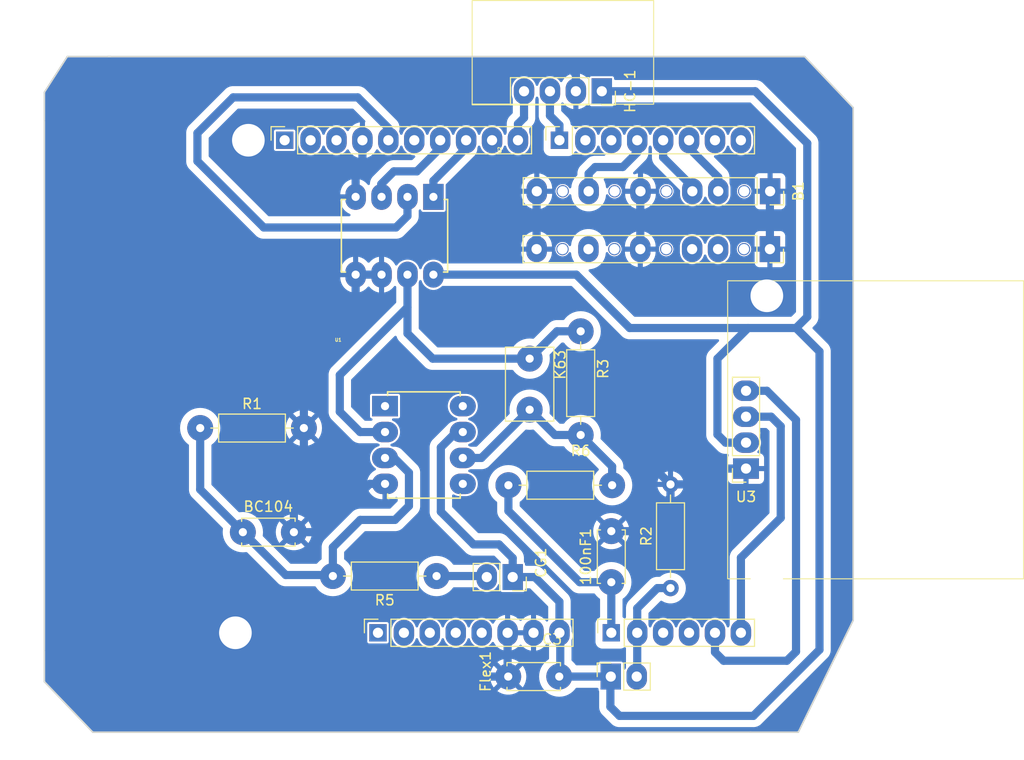
<source format=kicad_pcb>
(kicad_pcb (version 20240108) (generator "pcbnew") (generator_version "8.0")
  (title_block (date "2024-02-28") (comment 2 "${EMAIL}"))
  (layers (0 "F.Cu" signal) (31 "B.Cu" signal) (34 "B.Paste" user) (35 "F.Paste" user) (36 "B.SilkS" user "B.Silkscreen") (37 "F.SilkS" user "F.Silkscreen") (38 "B.Mask" user) (39 "F.Mask" user) (44 "Edge.Cuts" user))
  (property "EMAIL" "hjdskvfhoqdf@insa-toulouse.fr")
  (net 0 "")
  (net 1 "GND")
  (net 3 "+5V")
  (net 4 "/IOREF")
  (net 5 "/A0")
  (net 6 "/A1")
  (net 7 "/A2")
  (net 8 "/A3")
  (net 9 "/SDA{slash}A4")
  (net 10 "/SCL{slash}A5")
  (net 11 "Net-(U1-+IN)")
  (net 12 "/AREF")
  (net 13 "/D8")
  (net 14 "/*6")
  (net 15 "/*5")
  (net 16 "/TX{slash}1")
  (net 17 "/*3")
  (net 18 "/RX{slash}0")
  (net 19 "+3V3")
  (net 20 "VCC")
  (net 21 "/~{RESET}")
  (net 22 "/SCL")
  (net 23 "/SDA")
  (net 24 "Net-(CG1-Pad2)")
  (net 25 "/D11")
  (net 26 "/D12")
  (net 27 "/D13")
  (net 28 "/D10")
  (net 29 "/D9")
  (net 30 "/D7")
  (net 31 "Net-(U1--IN)")
  (net 32 "Net-(U1-OUT)")
  (net 36 "/D2")
  (net 37 "/D4")
  (footprint "Connector_PinSocket_2.54mm:PinSocket_1x08_P2.54mm_Vertical" (layer "F.Cu") (at 127.94 97.46 90)
    (property "Reference" "J1" (hide yes))
    (property "Value" "Power")
    (fp_line (start 1.33 -1.33) (end 1.33 0) (stroke (width 0.12)) (layer "F.SilkS"))
    (fp_line (start 0 -1.33) (end 1.33 -1.33) (stroke (width 0.12)) (layer "F.SilkS"))
    (fp_line (start 1.33 1.27) (end 1.33 19.11) (stroke (width 0.12)) (layer "F.SilkS"))
    (fp_line (start -1.33 1.27) (end 1.33 1.27) (stroke (width 0.12)) (layer "F.SilkS"))
    (fp_line (start -1.33 1.27) (end -1.33 19.11) (stroke (width 0.12)) (layer "F.SilkS"))
    (fp_line (start -1.33 19.11) (end 1.33 19.11) (stroke (width 0.12)) (layer "F.SilkS"))
    (pad "1" thru_hole rect (at 0 0 90) (size 1.7 1.7) (drill 1) (layers "*.Cu" "*.Mask") (clearance 0.2))
    (pad "2" thru_hole oval (at 0 2.54 90) (size 2.54 2) (drill 1) (layers "*.Cu" "*.Mask") (net 4 "/IOREF") (clearance 0.2))
    (pad "3" thru_hole oval (at 0 5.08 90) (size 2.54 2) (drill 1) (layers "*.Cu" "*.Mask") (net 21 "/~{RESET}") (clearance 0.2))
    (pad "4" thru_hole oval (at 0 7.62 90) (size 2.54 2) (drill 1) (layers "*.Cu" "*.Mask") (net 19 "+3V3") (clearance 0.2))
    (pad "5" thru_hole oval (at 0 10.16 90) (size 2.54 2) (drill 1) (layers "*.Cu" "*.Mask") (net 3 "+5V") (clearance 0.2))
    (pad "6" thru_hole oval (at 0 12.7 90) (size 2.54 2) (drill 1) (layers "*.Cu" "*.Mask") (net 1 "GND") (clearance 0.2))
    (pad "7" thru_hole oval (at 0 15.24 90) (size 2.54 2) (drill 1) (layers "*.Cu" "*.Mask") (net 1 "GND") (clearance 0.2))
    (pad "8" thru_hole oval (at 0 17.78 90) (size 2.54 2) (drill 1) (layers "*.Cu" "*.Mask") (net 20 "VCC") (clearance 0.2))
  )
  (footprint "Connector_PinSocket_2.54mm:PinSocket_1x06_P2.54mm_Vertical" (layer "F.Cu") (at 150.8 97.46 90)
    (property "Reference" "J3" (hide yes))
    (property "Value" "Analog")
    (fp_line (start 1.33 -1.33) (end 1.33 0) (stroke (width 0.12)) (layer "F.SilkS"))
    (fp_line (start 0 -1.33) (end 1.33 -1.33) (stroke (width 0.12)) (layer "F.SilkS"))
    (fp_line (start 1.33 1.27) (end 1.33 14.03) (stroke (width 0.12)) (layer "F.SilkS"))
    (fp_line (start -1.33 1.27) (end 1.33 1.27) (stroke (width 0.12)) (layer "F.SilkS"))
    (fp_line (start -1.33 1.27) (end -1.33 14.03) (stroke (width 0.12)) (layer "F.SilkS"))
    (fp_line (start -1.33 14.03) (end 1.33 14.03) (stroke (width 0.12)) (layer "F.SilkS"))
    (pad "1" thru_hole rect (at 0 0 90) (size 1.7 1.7) (drill 1) (layers "*.Cu" "*.Mask") (net 5 "/A0"))
    (pad "2" thru_hole oval (at 0 2.54 90) (size 2.54 2) (drill 1) (layers "*.Cu" "*.Mask") (net 6 "/A1") (clearance 0.2))
    (pad "3" thru_hole oval (at 0 5.08 90) (size 2.54 2) (drill 1) (layers "*.Cu" "*.Mask") (net 7 "/A2") (clearance 0.2))
    (pad "4" thru_hole oval (at 0 7.62 90) (size 2.54 2) (drill 1) (layers "*.Cu" "*.Mask") (net 8 "/A3") (clearance 0.2))
    (pad "5" thru_hole oval (at 0 10.16 90) (size 2.54 2) (drill 1) (layers "*.Cu" "*.Mask") (net 23 "/SDA") (clearance 0.2))
    (pad "6" thru_hole oval (at 0 12.7 90) (size 2.54 2) (drill 1) (layers "*.Cu" "*.Mask") (net 22 "/SCL") (clearance 0.2))
  )
  (footprint "Connector_PinSocket_2.54mm:PinSocket_1x10_P2.54mm_Vertical" (layer "F.Cu") (at 118.796 49.2 90)
    (property "Reference" "J2" (hide yes))
    (property "Value" "Digital/PWM")
    (fp_line (start 1.33 -1.33) (end 1.33 0) (stroke (width 0.12)) (layer "F.SilkS"))
    (fp_line (start 0 -1.33) (end 1.33 -1.33) (stroke (width 0.12)) (layer "F.SilkS"))
    (fp_line (start 1.33 1.27) (end 1.33 24.19) (stroke (width 0.12)) (layer "F.SilkS"))
    (fp_line (start -1.33 1.27) (end 1.33 1.27) (stroke (width 0.12)) (layer "F.SilkS"))
    (fp_line (start -1.33 1.27) (end -1.33 24.19) (stroke (width 0.12)) (layer "F.SilkS"))
    (fp_line (start -1.33 24.19) (end 1.33 24.19) (stroke (width 0.12)) (layer "F.SilkS"))
    (pad "1" thru_hole rect (at 0 0 90) (size 1.7 1.7) (drill 1) (layers "*.Cu" "*.Mask") (net 10 "/SCL{slash}A5") (clearance 0.2))
    (pad "2" thru_hole oval (at 0 2.54 90) (size 2.54 2) (drill 1) (layers "*.Cu" "*.Mask") (net 9 "/SDA{slash}A4") (clearance 0.2))
    (pad "3" thru_hole oval (at 0 5.08 90) (size 2.54 2) (drill 1) (layers "*.Cu" "*.Mask") (net 12 "/AREF") (clearance 0.2))
    (pad "4" thru_hole oval (at 0 7.62 90) (size 2.54 2) (drill 1) (layers "*.Cu" "*.Mask") (net 1 "GND") (clearance 0.2))
    (pad "5" thru_hole oval (at 0 10.16 90) (size 2.54 2) (drill 1) (layers "*.Cu" "*.Mask") (net 27 "/D13") (clearance 0.2))
    (pad "6" thru_hole oval (at 0 12.7 90) (size 2.54 2) (drill 1) (layers "*.Cu" "*.Mask") (net 26 "/D12") (clearance 0.2))
    (pad "7" thru_hole oval (at 0 15.24 90) (size 2.54 2) (drill 1) (layers "*.Cu" "*.Mask") (net 25 "/D11") (clearance 0.2))
    (pad "8" thru_hole oval (at 0 17.78 90) (size 2.54 2) (drill 1) (layers "*.Cu" "*.Mask") (net 28 "/D10") (clearance 0.2))
    (pad "9" thru_hole oval (at 0 20.32 90) (size 2.54 2) (drill 1) (layers "*.Cu" "*.Mask") (net 29 "/D9") (clearance 0.2))
    (pad "10" thru_hole oval (at 0 22.86 90) (size 2.54 2) (drill 1) (layers "*.Cu" "*.Mask") (net 13 "/D8") (clearance 0.2))
  )
  (footprint "Connector_PinSocket_2.54mm:PinSocket_1x08_P2.54mm_Vertical" (layer "F.Cu") (at 145.72 49.2 90)
    (property "Reference" "J4" (hide yes))
    (property "Value" "Digital/PWM")
    (fp_line (start 1.33 -1.33) (end 1.33 0) (stroke (width 0.12)) (layer "F.SilkS"))
    (fp_line (start 0 -1.33) (end 1.33 -1.33) (stroke (width 0.12)) (layer "F.SilkS"))
    (fp_line (start 1.33 1.27) (end 1.33 19.11) (stroke (width 0.12)) (layer "F.SilkS"))
    (fp_line (start -1.33 1.27) (end 1.33 1.27) (stroke (width 0.12)) (layer "F.SilkS"))
    (fp_line (start -1.33 1.27) (end -1.33 19.11) (stroke (width 0.12)) (layer "F.SilkS"))
    (fp_line (start -1.33 19.11) (end 1.33 19.11) (stroke (width 0.12)) (layer "F.SilkS"))
    (pad "1" thru_hole rect (at 0 0 90) (size 1.7 1.7) (drill 1) (layers "*.Cu" "*.Mask") (net 30 "/D7"))
    (pad "2" thru_hole oval (at 0 2.54 90) (size 2.54 2) (drill 1) (layers "*.Cu" "*.Mask") (net 14 "/*6") (clearance 0.2))
    (pad "3" thru_hole oval (at 0 5.08 90) (size 2.54 2) (drill 1) (layers "*.Cu" "*.Mask") (net 15 "/*5") (clearance 0.2))
    (pad "4" thru_hole oval (at 0 7.62 90) (size 2.54 2) (drill 1) (layers "*.Cu" "*.Mask") (net 37 "/D4") (clearance 0.2))
    (pad "5" thru_hole oval (at 0 10.16 90) (size 2.54 2) (drill 1) (layers "*.Cu" "*.Mask") (net 17 "/*3") (clearance 0.2))
    (pad "6" thru_hole oval (at 0 12.7 90) (size 2.54 2) (drill 1) (layers "*.Cu" "*.Mask") (net 36 "/D2") (clearance 0.2))
    (pad "7" thru_hole oval (at 0 15.24 90) (size 2.54 2) (drill 1) (layers "*.Cu" "*.Mask") (net 16 "/TX{slash}1") (clearance 0.2))
    (pad "8" thru_hole oval (at 0 17.78 90) (size 2.54 2) (drill 1) (layers "*.Cu" "*.Mask") (net 18 "/RX{slash}0") (clearance 0.2))
  )
  (footprint "Resistor_THT:R_Axial_DIN0207_L6.3mm_D2.5mm_P10.16mm_Horizontal" (layer "F.Cu") (at 140.72 83)
    (property "Reference" "R6" (at 7.08 -3.37 0) (layer "F.SilkS"))
    (property "Value" "1k")
    (fp_line (start 1.04 0) (end 1.81 0) (stroke (width 0.12)) (layer "F.SilkS"))
    (fp_line (start 1.81 -1.37) (end 1.81 1.37) (stroke (width 0.12)) (layer "F.SilkS"))
    (fp_line (start 1.81 1.37) (end 8.35 1.37) (stroke (width 0.12)) (layer "F.SilkS"))
    (fp_line (start 8.35 -1.37) (end 1.81 -1.37) (stroke (width 0.12)) (layer "F.SilkS"))
    (fp_line (start 8.35 1.37) (end 8.35 -1.37) (stroke (width 0.12)) (layer "F.SilkS"))
    (fp_line (start 9.12 0) (end 8.35 0) (stroke (width 0.12)) (layer "F.SilkS"))
    (pad "1" thru_hole circle (at 0 0) (size 2.54 2.54) (drill 0.8) (layers "*.Cu" "*.Mask") (net 5 "/A0"))
    (pad "2" thru_hole circle (at 10.16 0) (size 2.54 2.54) (drill 0.8) (layers "*.Cu" "*.Mask") (net 32 "Net-(U1-OUT)"))
  )
  (footprint "Connector_PinSocket_2.54mm:PinSocket_1x04_P2.54mm_Vertical" (layer "F.Cu") (at 164 81.37 180)
    (property "Reference" "U3" (at 0 -2.77 180) (layer "F.SilkS"))
    (property "Value" "~")
    (fp_line (start 1.33 1.27) (end 1.33 8.95) (stroke (width 0.12)) (layer "F.SilkS"))
    (fp_line (start 1.33 -1.33) (end 1.33 0) (stroke (width 0.12)) (layer "F.SilkS"))
    (fp_line (start 0 -1.33) (end 1.33 -1.33) (stroke (width 0.12)) (layer "F.SilkS"))
    (fp_line (start -1.33 8.95) (end 1.33 8.95) (stroke (width 0.12)) (layer "F.SilkS"))
    (fp_line (start -1.33 1.27) (end 1.33 1.27) (stroke (width 0.12)) (layer "F.SilkS"))
    (fp_line (start -1.33 1.27) (end -1.33 8.95) (stroke (width 0.12)) (layer "F.SilkS"))
    (fp_rect (start -27.2 -10.8) (end 1.8 18.4) (stroke (width 0.1)) (fill none) (layer "F.SilkS"))
    (pad "1" thru_hole rect (at 0 0 180) (size 2.54 2) (drill 1) (layers "*.Cu" "*.Mask") (net 1 "GND") (clearance 0.2))
    (pad "2" thru_hole oval (at 0 2.54 270) (size 2 2.54) (drill 1) (layers "*.Cu" "*.Mask") (net 20 "VCC") (clearance 0.2))
    (pad "3" thru_hole oval (at 0 5.08 270) (size 2 2.54) (drill 1) (layers "*.Cu" "*.Mask") (net 22 "/SCL") (clearance 0.2))
    (pad "4" thru_hole oval (at 0 7.62 270) (size 2 2.54) (drill 1) (layers "*.Cu" "*.Mask") (net 23 "/SDA") (clearance 0.2))
  )
  (footprint "New_bouton:Boutons_x3" (layer "F.Cu") (at 166.36 54.47 -90)
    (property "Reference" "B1" (at -0.27 -2.77 90) (layer "F.SilkS"))
    (property "Value" "~")
    (fp_line (start 4.07 24.21) (end 6.73 24.21) (stroke (width 0.12)) (layer "F.SilkS"))
    (fp_line (start -1.6 24.19) (end 1.06 24.19) (stroke (width 0.12)) (layer "F.SilkS"))
    (fp_line (start 4.07 1.29) (end 4.07 24.21) (stroke (width 0.12)) (layer "F.SilkS"))
    (fp_line (start 4.07 1.29) (end 6.73 1.29) (stroke (width 0.12)) (layer "F.SilkS"))
    (fp_line (start 6.73 1.29) (end 6.73 24.21) (stroke (width 0.12)) (layer "F.SilkS"))
    (fp_line (start -1.6 1.27) (end -1.6 24.19) (stroke (width 0.12)) (layer "F.SilkS"))
    (fp_line (start -1.6 1.27) (end 1.06 1.27) (stroke (width 0.12)) (layer "F.SilkS"))
    (fp_line (start 1.06 1.27) (end 1.06 24.19) (stroke (width 0.12)) (layer "F.SilkS"))
    (fp_line (start 5.4 -1.31) (end 6.73 -1.31) (stroke (width 0.12)) (layer "F.SilkS"))
    (fp_line (start 6.73 -1.31) (end 6.73 0.02) (stroke (width 0.12)) (layer "F.SilkS"))
    (fp_line (start -0.27 -1.33) (end 1.06 -1.33) (stroke (width 0.12)) (layer "F.SilkS"))
    (fp_line (start 1.06 -1.33) (end 1.06 0) (stroke (width 0.12)) (layer "F.SilkS"))
    (pad "1" thru_hole rect (at -0.27 0 270) (size 2.54 2) (drill 1) (layers "*.Cu" "*.Mask") (net 1 "GND"))
    (pad "1" thru_hole rect (at 5.4 0.02 270) (size 2.54 2) (drill 1) (layers "*.Cu" "*.Mask") (net 1 "GND"))
    (pad "2" thru_hole oval (at -0.27 2.54 270) (size 1.2 1.2) (drill 1) (layers "*.Cu" "*.Mask") (clearance 0.1))
    (pad "2" thru_hole oval (at 5.4 2.56 270) (size 1.2 1.2) (drill 1) (layers "*.Cu" "*.Mask") (clearance 0.1))
    (pad "3" thru_hole oval (at -0.27 5.08) (size 2 2.54) (drill 1) (layers "*.Cu" "*.Mask") (net 36 "/D2") (clearance 0.2))
    (pad "3" thru_hole oval (at 5.4 5.1) (size 2 2.54) (drill 1) (layers "*.Cu" "*.Mask") (net 36 "/D2") (clearance 0.2))
    (pad "4" thru_hole oval (at -0.27 7.62) (size 2 2.54) (drill 1) (layers "*.Cu" "*.Mask") (net 17 "/*3") (clearance 0.2))
    (pad "4" thru_hole oval (at 5.4 7.64) (size 2 2.54) (drill 1) (layers "*.Cu" "*.Mask") (net 17 "/*3") (clearance 0.2))
    (pad "5" thru_hole oval (at -0.27 10.16 270) (size 1.2 1.2) (drill 1) (layers "*.Cu" "*.Mask") (clearance 0.1))
    (pad "5" thru_hole oval (at 5.4 10.18 270) (size 1.2 1.2) (drill 1) (layers "*.Cu" "*.Mask") (clearance 0.1))
    (pad "6" thru_hole oval (at -0.27 12.7) (size 2 2.54) (drill 1) (layers "*.Cu" "*.Mask") (net 1 "GND"))
    (pad "6" thru_hole oval (at 5.4 12.72) (size 2 2.54) (drill 1) (layers "*.Cu" "*.Mask") (net 1 "GND"))
    (pad "7" thru_hole oval (at -0.27 15.24 270) (size 1.2 1.2) (drill 1) (layers "*.Cu" "*.Mask") (clearance 0.1))
    (pad "7" thru_hole oval (at 5.4 15.26 270) (size 1.2 1.2) (drill 1) (layers "*.Cu" "*.Mask") (clearance 0.1))
    (pad "8" thru_hole oval (at -0.27 17.78) (size 2 2.54) (drill 1) (layers "*.Cu" "*.Mask") (net 37 "/D4"))
    (pad "8" thru_hole oval (at 5.4 17.8) (size 2 2.54) (drill 1) (layers "*.Cu" "*.Mask") (net 37 "/D4"))
    (pad "9" thru_hole oval (at -0.27 20.32 270) (size 1.2 1.2) (drill 1) (layers "*.Cu" "*.Mask") (clearance 0.1))
    (pad "9" thru_hole oval (at 5.4 20.34 270) (size 1.2 1.2) (drill 1) (layers "*.Cu" "*.Mask") (clearance 0.1))
    (pad "10" thru_hole oval (at -0.27 22.86) (size 2 2.54) (drill 1) (layers "*.Cu" "*.Mask") (net 1 "GND"))
    (pad "10" thru_hole oval (at 5.4 22.88) (size 2 2.54) (drill 1) (layers "*.Cu" "*.Mask") (net 1 "GND"))
  )
  (footprint "Capacitor_THT:C_Disc_D5.0mm_W2.5mm_P5.00mm" (layer "F.Cu") (at 150.8 92.5 90)
    (property "Reference" "100nF1" (at 2.5 -2.5 -90) (layer "F.SilkS"))
    (property "Value" "BC104")
    (fp_line (start 5.12 -1.37) (end 5.12 -1.055) (stroke (width 0.12)) (layer "F.SilkS"))
    (fp_line (start -0.12 -1.37) (end 5.12 -1.37) (stroke (width 0.12)) (layer "F.SilkS"))
    (fp_line (start -0.12 -1.37) (end -0.12 -1.055) (stroke (width 0.12)) (layer "F.SilkS"))
    (fp_line (start 5.12 1.055) (end 5.12 1.37) (stroke (width 0.12)) (layer "F.SilkS"))
    (fp_line (start -0.12 1.055) (end -0.12 1.37) (stroke (width 0.12)) (layer "F.SilkS"))
    (fp_line (start -0.12 1.37) (end 5.12 1.37) (stroke (width 0.12)) (layer "F.SilkS"))
    (pad "1" thru_hole circle (at 0 0 90) (size 2.54 2.54) (drill 0.8) (layers "*.Cu" "*.Mask") (net 5 "/A0"))
    (pad "2" thru_hole circle (at 5 0 90) (size 2.54 2.54) (drill 0.8) (layers "*.Cu" "*.Mask") (net 1 "GND"))
  )
  (footprint "Connector_PinSocket_2.54mm:PinSocket_1x04_P2.54mm_Vertical" (layer "F.Cu") (at 149.87 44.4 -90)
    (property "Reference" "HC-1" (at 0 -2.77 90) (layer "F.SilkS"))
    (property "Value" "~")
    (fp_line (start -1.33 8.95) (end 1.33 8.95) (stroke (width 0.12)) (layer "F.SilkS"))
    (fp_line (start -1.33 1.27) (end -1.33 8.95) (stroke (width 0.12)) (layer "F.SilkS"))
    (fp_line (start -1.33 1.27) (end 1.33 1.27) (stroke (width 0.12)) (layer "F.SilkS"))
    (fp_line (start 1.33 1.27) (end 1.33 8.95) (stroke (width 0.12)) (layer "F.SilkS"))
    (fp_line (start 0 -1.33) (end 1.33 -1.33) (stroke (width 0.12)) (layer "F.SilkS"))
    (fp_line (start 1.33 -1.33) (end 1.33 0) (stroke (width 0.12)) (layer "F.SilkS"))
    (fp_rect (start 1.27 8.95) (end 1.33 12.7) (stroke (width 0.1)) (fill none) (layer "F.SilkS"))
    (fp_rect (start -8.89 -5.08) (end 1.27 12.7) (stroke (width 0.1)) (fill none) (layer "F.SilkS"))
    (pad "1" thru_hole rect (at 0 0 270) (size 2.54 2) (drill 1) (layers "*.Cu" "*.Mask") (net 20 "VCC") (clearance 0.2))
    (pad "2" thru_hole oval (at 0 2.54) (size 2 2.54) (drill 1) (layers "*.Cu" "*.Mask") (net 1 "GND") (clearance 0.2))
    (pad "3" thru_hole oval (at 0 5.08) (size 2 2.54) (drill 1) (layers "*.Cu" "*.Mask") (net 30 "/D7") (clearance 0.2))
    (pad "4" thru_hole oval (at 0 7.62) (size 2 2.54) (drill 1) (layers "*.Cu" "*.Mask") (net 13 "/D8") (clearance 0.2))
  )
  (footprint "Connector_PinSocket_2.54mm:PinSocket_1x02_P2.54mm_Vertical" (layer "F.Cu") (at 141.14 92 -90)
    (property "Reference" "CG1" (at -1.4 -2.77 90) (layer "F.SilkS"))
    (property "Value" "~")
    (fp_line (start -1.33 3.87) (end 1.33 3.87) (stroke (width 0.12)) (layer "F.SilkS"))
    (fp_line (start -1.33 1.27) (end -1.33 3.87) (stroke (width 0.12)) (layer "F.SilkS"))
    (fp_line (start -1.33 1.27) (end 1.33 1.27) (stroke (width 0.12)) (layer "F.SilkS"))
    (fp_line (start 1.33 1.27) (end 1.33 3.87) (stroke (width 0.12)) (layer "F.SilkS"))
    (fp_line (start 0 -1.33) (end 1.33 -1.33) (stroke (width 0.12)) (layer "F.SilkS"))
    (fp_line (start 1.33 -1.33) (end 1.33 0) (stroke (width 0.12)) (layer "F.SilkS"))
    (pad "1" thru_hole rect (at 0 0 270) (size 2.54 2) (drill 1) (layers "*.Cu" "*.Mask") (net 20 "VCC") (clearance 0.2))
    (pad "2" thru_hole oval (at 0 2.54) (size 2 2.54) (drill 1) (layers "*.Cu" "*.Mask") (net 24 "Net-(CG1-Pad2)") (clearance 0.2))
  )
  (footprint "Connector_PinSocket_2.54mm:PinSocket_1x02_P2.54mm_Vertical" (layer "F.Cu") (at 150.75 101.75 90)
    (property "Reference" "Flex1" (at 0.5 -12.27 -90) (layer "F.SilkS"))
    (property "Value" "~")
    (fp_line (start 1.33 -1.33) (end 1.33 0) (stroke (width 0.12)) (layer "F.SilkS"))
    (fp_line (start 0 -1.33) (end 1.33 -1.33) (stroke (width 0.12)) (layer "F.SilkS"))
    (fp_line (start 1.33 1.27) (end 1.33 3.87) (stroke (width 0.12)) (layer "F.SilkS"))
    (fp_line (start -1.33 1.27) (end 1.33 1.27) (stroke (width 0.12)) (layer "F.SilkS"))
    (fp_line (start -1.33 1.27) (end -1.33 3.87) (stroke (width 0.12)) (layer "F.SilkS"))
    (fp_line (start -1.33 3.87) (end 1.33 3.87) (stroke (width 0.12)) (layer "F.SilkS"))
    (pad "1" thru_hole rect (at 0 0 90) (size 2.54 2) (drill 1) (layers "*.Cu" "*.Mask") (net 20 "VCC") (clearance 0.2))
    (pad "2" thru_hole oval (at 0 2.54 180) (size 2 2.54) (drill 1) (layers "*.Cu" "*.Mask") (net 6 "/A1") (clearance 0.2))
  )
  (footprint "LTC1050ACN8_PBF:PDIP-8_N" (layer "F.Cu") (at 136.25 82.87)
    (property "Reference" "U1" (at -12.208 -14.108 0) (layer "F.SilkS") (effects (font (size 0.314961 0.314961))))
    (property "Value" "LTC1050ACN8_PBF")
    (fp_line (start -7.366 -9.017) (end -7.366 -8.6614) (stroke (width 0.1524)) (layer "F.SilkS"))
    (fp_line (start -7.366 0.9906) (end -7.366 1.397) (stroke (width 0.1524)) (layer "F.SilkS"))
    (fp_line (start -7.366 1.397) (end -0.254 1.397) (stroke (width 0.1524)) (layer "F.SilkS"))
    (fp_line (start -0.254 -9.017) (end -7.366 -9.017) (stroke (width 0.1524)) (layer "F.SilkS"))
    (fp_line (start -0.254 -8.6106) (end -0.254 -9.017) (stroke (width 0.1524)) (layer "F.SilkS"))
    (fp_line (start -0.254 1.397) (end -0.254 0.9906) (stroke (width 0.1524)) (layer "F.SilkS"))
    (pad "1" thru_hole rect (at -7.62 -7.62) (size 2.54 2) (drill 0.8) (layers "*.Cu" "*.Mask") (clearance 0.2))
    (pad "2" thru_hole oval (at -7.62 -5.08 90) (size 2 2.54) (drill 0.8) (layers "*.Cu" "*.Mask") (net 31 "Net-(U1--IN)") (clearance 0.2))
    (pad "3" thru_hole oval (at -7.62 -2.54 90) (size 2 2.54) (drill 0.8) (layers "*.Cu" "*.Mask") (net 11 "Net-(U1-+IN)") (clearance 0.2))
    (pad "4" thru_hole oval (at -7.62 0 90) (size 2 2.54) (drill 0.8) (layers "*.Cu" "*.Mask") (net 1 "GND") (clearance 0.2))
    (pad "5" thru_hole oval (at 0 0 90) (size 2 2.54) (drill 0.8) (layers "*.Cu" "*.Mask") (clearance 0.2))
    (pad "6" thru_hole oval (at 0 -2.54 90) (size 2 2.54) (drill 0.8) (layers "*.Cu" "*.Mask") (net 32 "Net-(U1-OUT)") (clearance 0.2))
    (pad "7" thru_hole oval (at 0 -5.08 90) (size 2 2.54) (drill 0.8) (layers "*.Cu" "*.Mask") (net 20 "VCC") (clearance 0.2))
    (pad "8" thru_hole oval (at 0 -7.62 90) (size 2 2.54) (drill 0.8) (layers "*.Cu" "*.Mask") (clearance 0.2))
  )
  (footprint "Resistor_THT:R_Axial_DIN0207_L6.3mm_D2.5mm_P10.16mm_Horizontal" (layer "F.Cu") (at 133.68 91.9 180)
    (property "Reference" "R5" (at 5.08 -2.37 180) (layer "F.SilkS"))
    (property "Value" "10k")
    (fp_line (start 9.12 0) (end 8.35 0) (stroke (width 0.12)) (layer "F.SilkS"))
    (fp_line (start 8.35 1.37) (end 8.35 -1.37) (stroke (width 0.12)) (layer "F.SilkS"))
    (fp_line (start 8.35 -1.37) (end 1.81 -1.37) (stroke (width 0.12)) (layer "F.SilkS"))
    (fp_line (start 1.81 1.37) (end 8.35 1.37) (stroke (width 0.12)) (layer "F.SilkS"))
    (fp_line (start 1.81 -1.37) (end 1.81 1.37) (stroke (width 0.12)) (layer "F.SilkS"))
    (fp_line (start 1.04 0) (end 1.81 0) (stroke (width 0.12)) (layer "F.SilkS"))
    (pad "1" thru_hole circle (at 0 0 180) (size 2.54 2.54) (drill 0.8) (layers "*.Cu" "*.Mask") (net 24 "Net-(CG1-Pad2)"))
    (pad "2" thru_hole circle (at 10.16 0 180) (size 2.54 2.54) (drill 0.8) (layers "*.Cu" "*.Mask") (net 11 "Net-(U1-+IN)"))
  )
  (footprint "Arduino_MountingHole:MountingHole_3.2mm" (layer "F.Cu") (at 115.24 49.2)
    (property "Reference" "MH1" (hide yes))
    (property "Value" "MountingHole_3.2mm" (hide yes))
    (pad "" np_thru_hole circle (at 0 0) (size 3.2 3.2) (drill 3.2) (layers "*.Cu" "*.Mask"))
  )
  (footprint "Capacitor_THT:C_Disc_D5.0mm_W2.5mm_P5.00mm" (layer "F.Cu") (at 140.7 101.75)
    (property "Reference" "C3" (at 4.3 -3.65 0) (layer "F.SilkS"))
    (property "Value" "BC104")
    (fp_line (start -0.12 -1.37) (end -0.12 -1.055) (stroke (width 0.12)) (layer "F.SilkS"))
    (fp_line (start -0.12 -1.37) (end 5.12 -1.37) (stroke (width 0.12)) (layer "F.SilkS"))
    (fp_line (start -0.12 1.055) (end -0.12 1.37) (stroke (width 0.12)) (layer "F.SilkS"))
    (fp_line (start -0.12 1.37) (end 5.12 1.37) (stroke (width 0.12)) (layer "F.SilkS"))
    (fp_line (start 5.12 -1.37) (end 5.12 -1.055) (stroke (width 0.12)) (layer "F.SilkS"))
    (fp_line (start 5.12 1.055) (end 5.12 1.37) (stroke (width 0.12)) (layer "F.SilkS"))
    (pad "1" thru_hole circle (at 0 0) (size 2.54 2.54) (drill 0.8) (layers "*.Cu" "*.Mask") (net 1 "GND"))
    (pad "2" thru_hole circle (at 5 0) (size 2.54 2.54) (drill 0.8) (layers "*.Cu" "*.Mask") (net 20 "VCC"))
  )
  (footprint "Capacitor_THT:C_Rect_L7.0mm_W4.5mm_P5.00mm" (layer "F.Cu") (at 142.8 70.6 -90)
    (property "Reference" "K63" (at 0.6 -3 90) (layer "F.SilkS"))
    (property "Value" "1uF")
    (fp_line (start -1.12 2.37) (end 6.12 2.37) (stroke (width 0.12)) (layer "F.SilkS"))
    (fp_line (start -1.12 -2.37) (end -1.12 2.37) (stroke (width 0.12)) (layer "F.SilkS"))
    (fp_line (start -1.12 -2.37) (end 6.12 -2.37) (stroke (width 0.12)) (layer "F.SilkS"))
    (fp_line (start 6.12 -2.37) (end 6.12 2.37) (stroke (width 0.12)) (layer "F.SilkS"))
    (pad "1" thru_hole circle (at 0 0 270) (size 2.54 2.54) (drill 0.8) (layers "*.Cu" "*.Mask") (net 31 "Net-(U1--IN)"))
    (pad "2" thru_hole circle (at 5 0 270) (size 2.54 2.54) (drill 0.8) (layers "*.Cu" "*.Mask") (net 32 "Net-(U1-OUT)"))
  )
  (footprint "Resistor_THT:R_Axial_DIN0207_L6.3mm_D2.5mm_P10.16mm_Horizontal" (layer "F.Cu") (at 147.8 67.92 -90)
    (property "Reference" "R3" (at 3.68 -2.2 90) (layer "F.SilkS"))
    (property "Value" "100k")
    (fp_line (start 1.81 1.37) (end 8.35 1.37) (stroke (width 0.12)) (layer "F.SilkS"))
    (fp_line (start 8.35 1.37) (end 8.35 -1.37) (stroke (width 0.12)) (layer "F.SilkS"))
    (fp_line (start 1.04 0) (end 1.81 0) (stroke (width 0.12)) (layer "F.SilkS"))
    (fp_line (start 9.12 0) (end 8.35 0) (stroke (width 0.12)) (layer "F.SilkS"))
    (fp_line (start 1.81 -1.37) (end 1.81 1.37) (stroke (width 0.12)) (layer "F.SilkS"))
    (fp_line (start 8.35 -1.37) (end 1.81 -1.37) (stroke (width 0.12)) (layer "F.SilkS"))
    (pad "1" thru_hole circle (at 0 0 270) (size 2.54 2.54) (drill 0.8) (layers "*.Cu" "*.Mask") (net 31 "Net-(U1--IN)"))
    (pad "2" thru_hole circle (at 10.16 0 270) (size 2.54 2.54) (drill 0.8) (layers "*.Cu" "*.Mask") (net 32 "Net-(U1-OUT)"))
  )
  (footprint "Capacitor_THT:C_Disc_D5.0mm_W2.5mm_P5.00mm" (layer "F.Cu") (at 114.7 87.6)
    (property "Reference" "BC104" (at 2.5 -2.5 0) (layer "F.SilkS"))
    (property "Value" "100nF")
    (fp_line (start -0.12 -1.37) (end -0.12 -1.055) (stroke (width 0.12)) (layer "F.SilkS"))
    (fp_line (start -0.12 -1.37) (end 5.12 -1.37) (stroke (width 0.12)) (layer "F.SilkS"))
    (fp_line (start -0.12 1.055) (end -0.12 1.37) (stroke (width 0.12)) (layer "F.SilkS"))
    (fp_line (start -0.12 1.37) (end 5.12 1.37) (stroke (width 0.12)) (layer "F.SilkS"))
    (fp_line (start 5.12 -1.37) (end 5.12 -1.055) (stroke (width 0.12)) (layer "F.SilkS"))
    (fp_line (start 5.12 1.055) (end 5.12 1.37) (stroke (width 0.12)) (layer "F.SilkS"))
    (pad "1" thru_hole circle (at 0 0) (size 2.54 2.54) (drill 0.8) (layers "*.Cu" "*.Mask") (net 11 "Net-(U1-+IN)"))
    (pad "2" thru_hole circle (at 5 0) (size 2.54 2.54) (drill 0.8) (layers "*.Cu" "*.Mask") (net 1 "GND"))
  )
  (footprint "Resistor_THT:R_Axial_DIN0207_L6.3mm_D2.5mm_P10.16mm_Horizontal" (layer "F.Cu") (at 156.6 93.08 90)
    (property "Reference" "R2" (at 5.08 -2.37 -90) (layer "F.SilkS"))
    (property "Value" "R")
    (fp_line (start 8.35 -1.37) (end 1.81 -1.37) (stroke (width 0.12)) (layer "F.SilkS"))
    (fp_line (start 1.81 -1.37) (end 1.81 1.37) (stroke (width 0.12)) (layer "F.SilkS"))
    (fp_line (start 9.12 0) (end 8.35 0) (stroke (width 0.12)) (layer "F.SilkS"))
    (fp_line (start 1.04 0) (end 1.81 0) (stroke (width 0.12)) (layer "F.SilkS"))
    (fp_line (start 8.35 1.37) (end 8.35 -1.37) (stroke (width 0.12)) (layer "F.SilkS"))
    (fp_line (start 1.81 1.37) (end 8.35 1.37) (stroke (width 0.12)) (layer "F.SilkS"))
    (pad "1" thru_hole circle (at 0 0 90) (size 1.6 1.6) (drill 0.8) (layers "*.Cu" "*.Mask") (net 6 "/A1"))
    (pad "2" thru_hole oval (at 10.16 0 90) (size 1.6 1.6) (drill 0.8) (layers "*.Cu" "*.Mask") (net 1 "GND"))
  )
  (footprint "LTC1050ACN8_PBF:PDIP-8_N" (layer "F.Cu") (at 125.75 62.37 -90)
    (property "Reference" "U2" (at -12.208 -14.108 90) (layer "F.SilkS") (effects (font (size 0.314961 0.314961))))
    (property "Value" "MCP")
    (fp_line (start -7.366 1.397) (end -0.254 1.397) (stroke (width 0.1524)) (layer "F.SilkS"))
    (fp_line (start -0.254 1.397) (end -0.254 0.9906) (stroke (width 0.1524)) (layer "F.SilkS"))
    (fp_line (start -7.366 0.9906) (end -7.366 1.397) (stroke (width 0.1524)) (layer "F.SilkS"))
    (fp_line (start -0.254 -8.6106) (end -0.254 -9.017) (stroke (width 0.1524)) (layer "F.SilkS"))
    (fp_line (start -7.366 -9.017) (end -7.366 -8.6614) (stroke (width 0.1524)) (layer "F.SilkS"))
    (fp_line (start -0.254 -9.017) (end -7.366 -9.017) (stroke (width 0.1524)) (layer "F.SilkS"))
    (pad "1" thru_hole rect (at -7.62 -7.62 270) (size 2.54 2) (drill 0.8) (layers "*.Cu" "*.Mask") (net 28 "/D10") (clearance 0.2))
    (pad "2" thru_hole oval (at -7.62 -5.08) (size 2 2.54) (drill 0.8) (layers "*.Cu" "*.Mask") (net 27 "/D13") (clearance 0.2))
    (pad "3" thru_hole oval (at -7.62 -2.54) (size 2 2.54) (drill 0.8) (layers "*.Cu" "*.Mask") (net 25 "/D11") (clearance 0.2))
    (pad "4" thru_hole oval (at -7.62 0) (size 2 2.54) (drill 0.8) (layers "*.Cu" "*.Mask") (net 1 "GND") (clearance 0.2))
    (pad "5" thru_hole oval (at 0 0) (size 2 2.54) (drill 0.8) (layers "*.Cu" "*.Mask") (net 1 "GND") (clearance 0.2))
    (pad "6" thru_hole oval (at 0 -2.54) (size 2 2.54) (drill 0.8) (layers "*.Cu" "*.Mask") (net 1 "GND") (clearance 0.2))
    (pad "7" thru_hole oval (at 0 -5.08) (size 2 2.54) (drill 0.8) (layers "*.Cu" "*.Mask") (net 31 "Net-(U1--IN)") (clearance 0.2))
    (pad "8" thru_hole oval (at 0 -7.62) (size 2 2.54) (drill 0.8) (layers "*.Cu" "*.Mask") (net 20 "VCC") (clearance 0.2))
  )
  (footprint "Resistor_THT:R_Axial_DIN0207_L6.3mm_D2.5mm_P10.16mm_Horizontal" (layer "F.Cu") (at 110.52 77.4)
    (property "Reference" "R1" (at 5.08 -2.37 0) (layer "F.SilkS"))
    (property "Value" "100k")
    (fp_line (start 1.04 0) (end 1.81 0) (stroke (width 0.12)) (layer "F.SilkS"))
    (fp_line (start 1.81 -1.37) (end 1.81 1.37) (stroke (width 0.12)) (layer "F.SilkS"))
    (fp_line (start 1.81 1.37) (end 8.35 1.37) (stroke (width 0.12)) (layer "F.SilkS"))
    (fp_line (start 8.35 -1.37) (end 1.81 -1.37) (stroke (width 0.12)) (layer "F.SilkS"))
    (fp_line (start 8.35 1.37) (end 8.35 -1.37) (stroke (width 0.12)) (layer "F.SilkS"))
    (fp_line (start 9.12 0) (end 8.35 0) (stroke (width 0.12)) (layer "F.SilkS"))
    (pad "1" thru_hole circle (at 0 0) (size 2.54 2.54) (drill 0.8) (layers "*.Cu" "*.Mask") (net 11 "Net-(U1-+IN)"))
    (pad "2" thru_hole circle (at 10.16 0) (size 2.54 2.54) (drill 0.8) (layers "*.Cu" "*.Mask") (net 1 "GND"))
  )
  (footprint "Arduino_MountingHole:MountingHole_3.2mm" (layer "F.Cu") (at 113.97 97.46)
    (property "Reference" "MH2" (hide yes))
    (property "Value" "MountingHole_3.2mm" (hide yes))
    (pad "" np_thru_hole circle (at 0 0) (size 3.2 3.2) (drill 3.2) (layers "*.Cu" "*.Mask"))
  )
  (footprint "Arduino_MountingHole:MountingHole_3.2mm" (layer "F.Cu") (at 166.04 64.44)
    (property "Reference" "MH3" (hide yes))
    (property "Value" "MountingHole_3.2mm" (hide yes))
    (pad "" np_thru_hole circle (at 0 0) (size 3.2 3.2) (drill 3.2) (layers "*.Cu" "*.Mask"))
  )
  (footprint "Arduino_MountingHole:MountingHole_3.2mm" (layer "F.Cu") (at 166.04 92.38)
    (property "Reference" "MH4" (hide yes))
    (property "Value" "MountingHole_3.2mm" (hide yes))
    (pad "" np_thru_hole circle (at 0 0) (size 3.2 3.2) (drill 3.2) (layers "*.Cu" "*.Mask"))
  )
  (gr_line (start 95.25 102.25) (end 95.25 99.25) (stroke (width 0.15)) (layer "Edge.Cuts"))
  (gr_line (start 169.125 107.2) (end 174.5 96.25) (stroke (width 0.15)) (layer "Edge.Cuts"))
  (gr_line (start 95.25 99.158) (end 95.25 47.342) (stroke (width 0.15)) (layer "Edge.Cuts"))
  (gr_line (start 97.5 41) (end 101.75 41) (stroke (width 0.15)) (layer "Edge.Cuts"))
  (gr_line (start 95.25 47.25) (end 95.25 44.5) (stroke (width 0.15)) (layer "Edge.Cuts"))
  (gr_line (start 174.5 61.96) (end 174.5 96.25) (stroke (width 0.15)) (layer "Edge.Cuts"))
  (gr_line (start 164.508 107.2) (end 99.992 107.2) (stroke (width 0.15)) (layer "Edge.Cuts"))
  (gr_line (start 174.5 62.5) (end 174.5 46) (stroke (width 0.15)) (layer "Edge.Cuts"))
  (gr_line (start 101.5 41) (end 169.75 41) (stroke (width 0.15)) (layer "Edge.Cuts"))
  (gr_line (start 99.992 107.2) (end 95.25 102.25) (stroke (width 0.15)) (layer "Edge.Cuts"))
  (gr_line (start 95.25 44.5) (end 97.5 41) (stroke (width 0.15)) (layer "Edge.Cuts"))
  (gr_line (start 164.375 107.2) (end 169.125 107.2) (stroke (width 0.15)) (layer "Edge.Cuts"))
  (gr_line (start 97.5 41) (end 97.5 41) (stroke (width 0.15)) (layer "Edge.Cuts"))
  (gr_line (start 174.5 46) (end 169.75 41) (stroke (width 0.15)) (layer "Edge.Cuts"))
  (segment (start 132.5 75.275) (end 134.675 73.1) (width 0.8) (layer "B.Cu") (net 1))
  (segment (start 160.43 81.37) (end 158.88 82.92) (width 0.8) (layer "B.Cu") (net 1))
  (segment (start 150.8 87.5) (end 153.3 87.5) (width 0.8) (layer "B.Cu") (net 1))
  (segment (start 122.4 87.6) (end 119.7 87.6) (width 0.8) (layer "B.Cu") (net 1))
  (segment (start 120.68 69.4) (end 120.68 64.2) (width 0.8) (layer "B.Cu") (net 1))
  (segment (start 128.63 82.87) (end 127.13 82.87) (width 0.8) (layer "B.Cu") (net 1))
  (segment (start 114.2 41.6) (end 108.2 47.6) (width 0.8) (layer "B.Cu") (net 1))
  (segment (start 125.75 54.75) (end 125.75 52.75) (width 0.8) (layer "B.Cu") (net 1))
  (segment (start 140.64 101.69) (end 140.64 97.46) (width 0.8) (layer "B.Cu") (net 1))
  (segment (start 120.68 77.4) (end 120.68 69.4) (width 0.8) (layer "B.Cu") (net 1))
  (segment (start 146.2 41.6) (end 114.2 41.6) (width 0.8) (layer "B.Cu") (net 1))
  (segment (start 124.4 99.2) (end 124.4 95.6) (width 0.8) (layer "B.Cu") (net 1))
  (segment (start 124.4 95.6) (end 132.5 87.5) (width 0.8) (layer "B.Cu") (net 1))
  (segment (start 108.2 51.8) (end 120.6 64.2) (width 0.8) (layer "B.Cu") (net 1))
  (segment (start 127.13 82.87) (end 122.4 87.6) (width 0.8) (layer "B.Cu") (net 1))
  (segment (start 140.7 101.75) (end 140.64 101.69) (width 0.6) (layer "B.Cu") (net 1))
  (segment (start 158.88 82.92) (end 156.6 82.92) (width 0.8) (layer "B.Cu") (net 1))
  (segment (start 146.78 73.1) (end 156.6 82.92) (width 0.8) (layer "B.Cu") (net 1))
  (segment (start 120.68 83.28) (end 120.68 77.4) (width 0.8) (layer "B.Cu") (net 1))
  (segment (start 128.29 62.37) (end 125.75 62.37) (width 0.8) (layer "B.Cu") (net 1))
  (segment (start 166.34 57) (end 166.34 54.22) (width 0.8) (layer "B.Cu") (net 1))
  (segment (start 120.6 64.2) (end 120.68 64.2) (width 0.6) (layer "B.Cu") (net 1))
  (segment (start 156.6 84.2) (end 156.6 82.92) (width 0.8) (layer "B.Cu") (net 1))
  (segment (start 126.416 52.084) (end 126.416 49.2) (width 0.8) (layer "B.Cu") (net 1))
  (segment (start 164 81.37) (end 160.43 81.37) (width 0.8) (layer "B.Cu") (net 1))
  (segment (start 125.75 62.37) (end 125.75 64.25) (width 0.8) (layer "B.Cu") (net 1))
  (segment (start 120.68 69.32) (end 120.68 69.4) (width 0.6) (layer "B.Cu") (net 1))
  (segment (start 147.33 42.73) (end 146.2 41.6) (width 0.8) (layer "B.Cu") (net 1))
  (segment (start 164 81.37) (end 164 81.8) (width 0.6) (layer "B.Cu") (net 1))
  (segment (start 125.75 64.25) (end 120.68 69.32) (width 0.8) (layer "B.Cu") (net 1))
  (segment (start 166.34 54.22) (end 166.36 54.2) (width 0.6) (layer "B.Cu") (net 1))
  (segment (start 139.45 59.55) (end 123.45 59.55) (width 0.8) (layer "B.Cu") (net 1))
  (segment (start 140.75 101.7) (end 140.7 101.75) (width 0.6) (layer "B.Cu") (net 1))
  (segment (start 166.34 59.87) (end 166.34 57) (width 0.8) (layer "B.Cu") (net 1))
  (segment (start 140.75 100.75) (end 140.75 101.7) (width 0.6) (layer "B.Cu") (net 1))
  (segment (start 140.7 101.75) (end 126.95 101.75) (width 0.8) (layer "B.Cu") (net 1))
  (segment (start 166.32 57.02) (end 141.98 57.02) (width 0.8) (layer "B.Cu") (net 1))
  (segment (start 153.64 59.87) (end 153.64 54.22) (width 0.8) (layer "B.Cu") (net 1))
  (segment (start 166.34 57) (end 166.32 57.02) (width 0.6) (layer "B.Cu") (net 1))
  (segment (start 120.68 62.32) (end 120.68 64.2) (width 0.8) (layer "B.Cu") (net 1))
  (segment (start 123.45 59.55) (end 120.68 62.32) (width 0.8) (layer "B.Cu") (net 1))
  (segment (start 153.3 87.5) (end 156.6 84.2) (width 0.8) (layer "B.Cu") (net 1))
  (segment (start 132.5 75.275) (end 132.5 87.5) (width 0.8) (layer "B.Cu") (net 1))
  (segment (start 108.2 47.6) (end 108.2 51.8) (width 0.8) (layer "B.Cu") (net 1))
  (segment (start 134.675 73.1) (end 146.78 73.1) (width 0.8) (layer "B.Cu") (net 1))
  (segment (start 147.33 44.4) (end 147.33 42.73) (width 0.8) (layer "B.Cu") (net 1))
  (segment (start 143.48 54.22) (end 143.5 54.2) (width 0.6) (layer "B.Cu") (net 1))
  (segment (start 153.64 54.22) (end 153.66 54.2) (width 0.6) (layer "B.Cu") (net 1))
  (segment (start 119.7 87.6) (end 119.7 84.26) (width 0.8) (layer "B.Cu") (net 1))
  (segment (start 141.98 57.02) (end 139.45 59.55) (width 0.8) (layer "B.Cu") (net 1))
  (segment (start 143.48 59.87) (end 143.48 54.22) (width 0.8) (layer "B.Cu") (net 1))
  (segment (start 119.7 84.26) (end 120.68 83.28) (width 0.8) (layer "B.Cu") (net 1))
  (segment (start 126.95 101.75) (end 124.4 99.2) (width 0.8) (layer "B.Cu") (net 1))
  (segment (start 125.75 52.75) (end 126.416 52.084) (width 0.8) (layer "B.Cu") (net 1))
  (segment (start 150.8 97.46) (end 150.8 92.5) (width 0.8) (layer "B.Cu") (net 5))
  (segment (start 150.8 92.5) (end 147.7 92.5) (width 0.8) (layer "B.Cu") (net 5))
  (segment (start 140.72 85.52) (end 140.72 83) (width 0.8) (layer "B.Cu") (net 5))
  (segment (start 147.7 92.5) (end 140.72 85.52) (width 0.8) (layer "B.Cu") (net 5))
  (segment (start 155.32 93.08) (end 156.6 93.08) (width 0.8) (layer "B.Cu") (net 6))
  (segment (start 153.29 101.75) (end 153.34 101.8) (width 0.8) (layer "B.Cu") (net 6))
  (segment (start 153.34 97.46) (end 153.34 95.06) (width 0.8) (layer "B.Cu") (net 6))
  (segment (start 153.34 101.7) (end 153.29 101.75) (width 0.6) (layer "B.Cu") (net 6))
  (segment (start 153.34 97.46) (end 153.34 101.7) (width 0.8) (layer "B.Cu") (net 6))
  (segment (start 153.34 101.8) (end 153.34 101.91) (width 0.8) (layer "B.Cu") (net 6))
  (segment (start 153.34 95.06) (end 155.32 93.08) (width 0.8) (layer "B.Cu") (net 6))
  (segment (start 114.7 87.6) (end 110.52 83.42) (width 0.8) (layer "B.Cu") (net 11))
  (segment (start 114.7 87.6) (end 118.9 91.8) (width 0.8) (layer "B.Cu") (net 11))
  (segment (start 110.52 83.42) (end 110.52 77.4) (width 0.8) (layer "B.Cu") (net 11))
  (segment (start 123.52 89.08) (end 126.2 86.4) (width 0.8) (layer "B.Cu") (net 11))
  (segment (start 130.975 81.775) (end 129.53 80.33) (width 0.8) (layer "B.Cu") (net 11))
  (segment (start 130.975 85.025) (end 130.975 81.775) (width 0.8) (layer "B.Cu") (net 11))
  (segment (start 129.53 80.33) (end 128.63 80.33) (width 0.8) (layer "B.Cu") (net 11))
  (segment (start 123.52 91.8) (end 123.52 89.08) (width 0.8) (layer "B.Cu") (net 11))
  (segment (start 126.2 86.4) (end 129.6 86.4) (width 0.8) (layer "B.Cu") (net 11))
  (segment (start 118.9 91.8) (end 123.52 91.8) (width 0.8) (layer "B.Cu") (net 11))
  (segment (start 129.6 86.4) (end 130.975 85.025) (width 0.8) (layer "B.Cu") (net 11))
  (segment (start 141.656 49.2) (end 141.656 47.594) (width 0.8) (layer "B.Cu") (net 13))
  (segment (start 141.656 47.594) (end 142.25 47) (width 0.8) (layer "B.Cu") (net 13))
  (segment (start 142.25 47) (end 142.25 44.75) (width 0.8) (layer "B.Cu") (net 13))
  (segment (start 158.74 53.74) (end 155.88 50.88) (width 0.8) (layer "B.Cu") (net 17))
  (segment (start 158.74 54.2) (end 158.74 53.74) (width 0.8) (layer "B.Cu") (net 17))
  (segment (start 155.88 50.88) (end 155.88 49.2) (width 0.8) (layer "B.Cu") (net 17))
  (segment (start 164.9 44.4) (end 166 45.5) (width 0.8) (layer "B.Cu") (net 20))
  (segment (start 134.1 85.6) (end 134.1 79.3) (width 0.8) (layer "B.Cu") (net 20))
  (segment (start 147.37 62.37) (end 152.6 67.6) (width 0.8) (layer "B.Cu") (net 20))
  (segment (start 146.25 102) (end 145.8 101.55) (width 0.6) (layer "B.Cu") (net 20))
  (segment (start 161.2 70.6) (end 164.2 67.6) (width 0.8) (layer "B.Cu") (net 20))
  (segment (start 143.3 92) (end 141.14 92) (width 0.8) (layer "B.Cu") (net 20))
  (segment (start 137.3 88.8) (end 134.1 85.6) (width 0.8) (layer "B.Cu") (net 20))
  (segment (start 164.2 67.6) (end 168.9 67.6) (width 0.8) (layer "B.Cu") (net 20))
  (segment (start 170 66.5) (end 170 49.5) (width 0.8) (layer "B.Cu") (net 20))
  (segment (start 133.37 62.37) (end 147.37 62.37) (width 0.8) (layer "B.Cu") (net 20))
  (segment (start 152.6 67.6) (end 164.2 67.6) (width 0.8) (layer "B.Cu") (net 20))
  (segment (start 150.71 104.71) (end 151.6 105.6) (width 0.8) (layer "B.Cu") (net 20))
  (segment (start 150.75 101.75) (end 145.7 101.75) (width 0.8) (layer "B.Cu") (net 20))
  (segment (start 141.14 90.14) (end 139.8 88.8) (width 0.8) (layer "B.Cu") (net 20))
  (segment (start 168.9 67.6) (end 170 66.5) (width 0.8) (layer "B.Cu") (net 20))
  (segment (start 162 78.83) (end 161.2 78.03) (width 0.8) (layer "B.Cu") (net 20))
  (segment (start 149.87 44.4) (end 164.9 44.4) (width 0.8) (layer "B.Cu") (net 20))
  (segment (start 161.2 78.03) (end 161.2 70.6) (width 0.8) (layer "B.Cu") (net 20))
  (segment (start 134.1 79.3) (end 135.61 77.79) (width 0.8) (layer "B.Cu") (net 20))
  (segment (start 164 78.83) (end 162 78.83) (width 0.8) (layer "B.Cu") (net 20))
  (segment (start 135.61 77.79) (end 136.25 77.79) (width 0.6) (layer "B.Cu") (net 20))
  (segment (start 141.14 92) (end 141.14 90.14) (width 0.8) (layer "B.Cu") (net 20))
  (segment (start 145.8 97.54) (end 145.72 97.46) (width 0.6) (layer "B.Cu") (net 20))
  (segment (start 171.2 99.12132) (end 171.2 69.9) (width 0.8) (layer "B.Cu") (net 20))
  (segment (start 164.72132 105.6) (end 171.2 99.12132) (width 0.8) (layer "B.Cu") (net 20))
  (segment (start 170 49.5) (end 166 45.5) (width 0.8) (layer "B.Cu") (net 20))
  (segment (start 145.8 101.55) (end 145.8 97.54) (width 0.8) (layer "B.Cu") (net 20))
  (segment (start 146 97.74) (end 145.72 97.46) (width 0.6) (layer "B.Cu") (net 20))
  (segment (start 145.72 94.42) (end 143.3 92) (width 0.8) (layer "B.Cu") (net 20))
  (segment (start 139.8 88.8) (end 137.3 88.8) (width 0.8) (layer "B.Cu") (net 20))
  (segment (start 150.71 102) (end 150.71 104.71) (width 0.8) (layer "B.Cu") (net 20))
  (segment (start 133.37 62.87) (end 133.37 62.37) (width 0.6) (layer "B.Cu") (net 20))
  (segment (start 151.6 105.6) (end 164.72132 105.6) (width 0.8) (layer "B.Cu") (net 20))
  (segment (start 171.2 69.9) (end 168.9 67.6) (width 0.8) (layer "B.Cu") (net 20))
  (segment (start 145.72 97.46) (end 145.72 94.42) (width 0.8) (layer "B.Cu") (net 20))
  (segment (start 166.465 76.29) (end 164 76.29) (width 0.8) (layer "B.Cu") (net 22))
  (segment (start 167.4 77.225) (end 166.465 76.29) (width 0.8) (layer "B.Cu") (net 22))
  (segment (start 167.4 86.2) (end 167.4 77.225) (width 0.8) (layer "B.Cu") (net 22))
  (segment (start 163.5 90.1) (end 167.4 86.2) (width 0.8) (layer "B.Cu") (net 22))
  (segment (start 163.5 97.46) (end 163.5 90.1) (width 0.8) (layer "B.Cu") (net 22))
  (segment (start 168 100.2) (end 168.9 99.3) (width 0.8) (layer "B.Cu") (net 23))
  (segment (start 160.96 97.46) (end 160.96 99.36) (width 0.8) (layer "B.Cu") (net 23))
  (segment (start 166.04632 73.75) (end 164 73.75) (width 0.8) (layer "B.Cu") (net 23))
  (segment (start 161.8 100.2) (end 168 100.2) (width 0.8) (layer "B.Cu") (net 23))
  (segment (start 168.9 76.60368) (end 166.04632 73.75) (width 0.8) (layer "B.Cu") (net 23))
  (segment (start 160.96 99.36) (end 161.8 100.2) (width 0.8) (layer "B.Cu") (net 23))
  (segment (start 168.9 99.3) (end 168.9 76.60368) (width 0.8) (layer "B.Cu") (net 23))
  (segment (start 138.5 91.9) (end 133.78 91.9) (width 0.8) (layer "B.Cu") (net 24))
  (segment (start 133.78 91.9) (end 133.679999 91.799999) (width 0.8) (layer "B.Cu") (net 24))
  (segment (start 133.68 91.8) (end 133.679999 91.799999) (width 0.6) (layer "B.Cu") (net 24))
  (segment (start 138.6 92) (end 138.5 91.9) (width 0.8) (layer "B.Cu") (net 24))
  (segment (start 128.29 53.54) (end 128.25 53.5) (width 0.6) (layer "B.Cu") (net 25))
  (segment (start 131.75 52.25) (end 134.036 49.964) (width 0.8) (layer "B.Cu") (net 25))
  (segment (start 129.5 52.25) (end 131.75 52.25) (width 0.8) (layer "B.Cu") (net 25))
  (segment (start 134.036 49.964) (end 134.036 49.2) (width 0.6) (layer "B.Cu") (net 25))
  (segment (start 128.29 54.75) (end 128.29 53.54) (width 0.8) (layer "B.Cu") (net 25))
  (segment (start 128.25 53.5) (end 129.5 52.25) (width 0.8) (layer "B.Cu") (net 25))
  (segment (start 130.83 54.75) (end 130.83 56.62) (width 0.8) (layer "B.Cu") (net 27))
  (segment (start 113.75 45) (end 125.958081 45) (width 0.8) (layer "B.Cu") (net 27))
  (segment (start 130.83 56.62) (end 129.7 57.75) (width 0.8) (layer "B.Cu") (net 27))
  (segment (start 129.7 57.75) (end 116.75 57.75) (width 0.8) (layer "B.Cu") (net 27))
  (segment (start 125.958081 45) (end 128.956 47.997919) (width 0.8) (layer "B.Cu") (net 27))
  (segment (start 110.25 48.5) (end 113.75 45) (width 0.8) (layer "B.Cu") (net 27))
  (segment (start 116.75 57.75) (end 110.25 51.25) (width 0.8) (layer "B.Cu") (net 27))
  (segment (start 128.956 47.997919) (end 128.956 49.2) (width 0.6) (layer "B.Cu") (net 27))
  (segment (start 110.25 51.25) (end 110.25 48.5) (width 0.8) (layer "B.Cu") (net 27))
  (segment (start 136.576 49.974) (end 133.8 52.75) (width 0.8) (layer "B.Cu") (net 28))
  (segment (start 133.37 54.75) (end 133.37 53.18) (width 0.8) (layer "B.Cu") (net 28))
  (segment (start 133.37 53.18) (end 133.8 52.75) (width 0.8) (layer "B.Cu") (net 28))
  (segment (start 136.576 49.2) (end 136.576 49.974) (width 0.8) (layer "B.Cu") (net 28))
  (segment (start 144.79 46.79) (end 144.79 44.75) (width 0.8) (layer "B.Cu") (net 30))
  (segment (start 145.72 49.2) (end 145.72 47.72) (width 0.8) (layer "B.Cu") (net 30))
  (segment (start 145.72 47.72) (end 144.79 46.79) (width 0.8) (layer "B.Cu") (net 30))
  (segment (start 130.83 68.13) (end 130.83 65.57) (width 0.8) (layer "B.Cu") (net 31))
  (segment (start 124.2 72.2) (end 130.83 65.57) (width 0.8) (layer "B.Cu") (net 31))
  (segment (start 133.3 70.6) (end 130.83 68.13) (width 0.8) (layer "B.Cu") (net 31))
  (segment (start 142.8 70.6) (end 145.48 67.92) (width 0.8) (layer "B.Cu") (net 31))
  (segment (start 126.19 77.79) (end 124.2 75.8) (width 0.8) (layer "B.Cu") (net 31))
  (segment (start 130.83 65.57) (end 130.83 62.37) (width 0.8) (layer "B.Cu") (net 31))
  (segment (start 145.48 67.92) (end 147.8 67.92) (width 0.8) (layer "B.Cu") (net 31))
  (segment (start 124.2 75.8) (end 124.2 72.2) (width 0.8) (layer "B.Cu") (net 31))
  (segment (start 128.63 77.79) (end 126.19 77.79) (width 0.8) (layer "B.Cu") (net 31))
  (segment (start 142.8 70.6) (end 133.3 70.6) (width 0.8) (layer "B.Cu") (net 31))
  (segment (start 145.28 78.08) (end 142.8 75.6) (width 0.8) (layer "B.Cu") (net 32))
  (segment (start 150.88 83) (end 150.88 81.16) (width 0.8) (layer "B.Cu") (net 32))
  (segment (start 138.07 80.33) (end 136.25 80.33) (width 0.8) (layer "B.Cu") (net 32))
  (segment (start 142.8 75.6) (end 138.07 80.33) (width 0.8) (layer "B.Cu") (net 32))
  (segment (start 147.8 78.08) (end 145.28 78.08) (width 0.8) (layer "B.Cu") (net 32))
  (segment (start 150.88 81.16) (end 147.8 78.08) (width 0.8) (layer "B.Cu") (net 32))
  (segment (start 158.42 49.97) (end 158.42 49.2) (width 0.6) (layer "B.Cu") (net 36))
  (segment (start 161.28 52.83) (end 158.42 49.97) (width 0.8) (layer "B.Cu") (net 36))
  (segment (start 161.28 54.2) (end 161.28 52.83) (width 0.8) (layer "B.Cu") (net 36))
  (segment (start 158.42 50.02) (end 158.42 49.2) (width 0.8) (layer "B.Cu") (net 36))
  (segment (start 148.58 53.22) (end 148.58 52.47) (width 0.8) (layer "B.Cu") (net 37))
  (segment (start 151.917081 51.825) (end 153.34 50.402081) (width 0.8) (layer "B.Cu") (net 37))
  (segment (start 153.34 50.402081) (end 153.34 49.2) (width 0.8) (layer "B.Cu") (net 37))
  (segment (start 149.225 51.825) (end 151.917081 51.825) (width 0.8) (layer "B.Cu") (net 37))
  (segment (start 148.58 52.47) (end 149.225 51.825) (width 0.8) (layer "B.Cu") (net 37))
  (segment (start 148.58 54.2) (end 148.58 53.22) (width 0.6) (layer "B.Cu") (net 37))
  (zone (net 0) (net_name "") (layer "B.Cu") (connect_pads (clearance 0)) (min_thickness 0.25)
    (keepout (tracks allowed) (vias allowed) (pads allowed) (copperpour not_allowed) (footprints allowed))
    (fill (thermal_gap 0.5) (thermal_bridge_width 0.5))
    (polygon (pts (xy 169.6 99.2) (xy 170.8 98.2) (xy 170.4 70) (xy 168.4 68.2) (xy 164.6 68.4) (xy 161.6 71.2) (xy 161.8 77.8) (xy 163 78) (xy 163.6 77.6) (xy 163.6 77.4) (xy 162.8 77) (xy 162.6 76.2) (xy 162.8 75.6) (xy 163.4 75.2) (xy 163.6 74.8) (xy 163 74.6) (xy 162.6 74) (xy 162.8 73) (xy 163.6 72.6) (xy 164.4 72.6) (xy 165 73) (xy 165.6 73) (xy 167.6 74.8) (xy 169.4 77) (xy 169.4 96.4)))
  )
  (zone (net 0) (net_name "") (layer "B.Cu") (connect_pads (clearance 0)) (min_thickness 0.25)
    (keepout (tracks allowed) (vias allowed) (pads allowed) (copperpour not_allowed) (footprints allowed))
    (fill (thermal_gap 0.5) (thermal_bridge_width 0.5))
    (polygon (pts (xy 164.6 74.8) (xy 165 74.6) (xy 165.2 74.8) (xy 165.4 75.2) (xy 165.2 75.4) (xy 164.8 75.4) (xy 164.4 75.2) (xy 164.4 74.8)))
  )
  (zone (net 0) (net_name "") (layer "B.Cu") (connect_pads (clearance 0)) (min_thickness 0.25)
    (keepout (tracks allowed) (vias allowed) (pads allowed) (copperpour not_allowed) (footprints allowed))
    (fill (thermal_gap 0.5) (thermal_bridge_width 0.5))
    (polygon (pts (xy 164.6 77.4) (xy 165 77.2) (xy 165.2 77.4) (xy 165.4 77.8) (xy 165.4 78) (xy 165 78) (xy 164.4 77.6)))
  )
  (zone (net 0) (net_name "") (layer "B.Cu") (connect_pads (clearance 0)) (min_thickness 0.25)
    (keepout (tracks allowed) (vias allowed) (pads allowed) (copperpour not_allowed) (footprints allowed))
    (fill (thermal_gap 0.5) (thermal_bridge_width 0.5))
    (polygon (pts (xy 135 81.225) (xy 135.45 81.25) (xy 135.75 81.45) (xy 135.75 81.775) (xy 135.2 82.025) (xy 134.9 81.85) (xy 135.025 81.225) (xy 135.05 81.225)))
  )
  (zone (net 0) (net_name "") (layer "B.Cu") (connect_pads (clearance 0)) (min_thickness 0.25)
    (keepout (tracks allowed) (vias allowed) (pads allowed) (copperpour not_allowed) (footprints allowed))
    (fill (thermal_gap 0.5) (thermal_bridge_width 0.5))
    (polygon (pts (xy 127.1 55.525) (xy 125.95 56.525) (xy 126.1 57.15) (xy 129.6 56.875) (xy 129.975 55.825) (xy 129.725 55.075) (xy 129.425 55.075) (xy 128.9 56) (xy 127.9 56.05) (xy 127.275 55.475)))
  )
  (zone (net 0) (net_name "") (layer "B.Cu") (connect_pads (clearance 0)) (min_thickness 0.25)
    (keepout (tracks allowed) (vias allowed) (pads allowed) (copperpour not_allowed) (footprints allowed))
    (fill (thermal_gap 0.5) (thermal_bridge_width 0.5))
    (polygon (pts (xy 162.2 98.4) (xy 162.4 98.4) (xy 163.4 99) (xy 163.4 99.4) (xy 162 99.2) (xy 161.8 98.6)))
  )
  (zone (net 0) (net_name "") (layer "B.Cu") (connect_pads (clearance 0)) (min_thickness 0.25)
    (keepout (tracks not_allowed) (vias not_allowed) (pads not_allowed) (copperpour not_allowed) (footprints allowed))
    (fill (thermal_gap 0.5) (thermal_bridge_width 0.5))
    (polygon (pts (xy 129.8 52.875) (xy 131.075 52.85) (xy 129.8 54) (xy 129.6 54.4) (xy 129.2 53.8)))
  )
  (zone (net 1) (net_name "GND") (layer "B.Cu") (connect_pads (clearance 0.508)) (min_thickness 0.25) (fill yes (thermal_gap 0.5) (thermal_bridge_width 0.5) (island_removal_mode 1) (island_area_min 10))
    (polygon (pts (xy 90.905901 38.319251) (xy 90.905901 109.919251) (xy 176.905901 107.919251) (xy 176.105901 37.519251) (xy 95.105901 38.119251) (xy 94.305901 38.319251)))
  )
  (zone (net 0) (net_name "") (layer "B.Cu") (connect_pads (clearance 0)) (min_thickness 0.25)
    (keepout (tracks allowed) (vias allowed) (pads allowed) (copperpour not_allowed) (footprints allowed))
    (fill (thermal_gap 0.5) (thermal_bridge_width 0.5))
    (polygon (pts (xy 167.8 101) (xy 166 103.4) (xy 164.2 104.8) (xy 151.8 104.8) (xy 151.6 103.6) (xy 151.8 103.4) (xy 151.8 102.6) (xy 152.2 102.6) (xy 152.6 103.2) (xy 153.2 103.4) (xy 153.8 103.2) (xy 154.4 102.6) (xy 154.4 102) (xy 154.2 101.2) (xy 154.2 98.6) (xy 154.6 98.2) (xy 155.6 98.8) (xy 157 98.2) (xy 157.8 98.6) (xy 158.8 98.6) (xy 159.8 98.2) (xy 160.4 98.8) (xy 160.6 100.2) (xy 162.2 101) (xy 165 101)))
  )
  (zone (net 0) (net_name "") (layer "B.Cu") (connect_pads (clearance 0)) (min_thickness 0.25)
    (keepout (tracks allowed) (vias allowed) (pads allowed) (copperpour not_allowed) (footprints allowed))
    (fill (thermal_gap 0.5) (thermal_bridge_width 0.5))
    (polygon (pts (xy 166.8 77) (xy 168 77.2) (xy 168 99.4) (xy 163.8 99.4) (xy 163.6 98.8) (xy 164.8 97.8) (xy 164.2 96) (xy 164.4 90.2) (xy 167 87.4) (xy 167 77)))
  )
  (zone (net 0) (net_name "") (layer "B.Cu") (connect_pads (clearance 0)) (min_thickness 0.25)
    (keepout (tracks not_allowed) (vias not_allowed) (pads not_allowed) (copperpour not_allowed) (footprints allowed))
    (fill (thermal_gap 0.5) (thermal_bridge_width 0.5))
    (polygon (pts (xy 132.1 52.75) (xy 132.2 54.2) (xy 132 54.2) (xy 131.075 52.85)))
  )
  (zone (net 0) (net_name "") (layer "B.Cu") (connect_pads (clearance 0)) (min_thickness 0.25)
    (keepout (tracks allowed) (vias not_allowed) (pads allowed) (copperpour not_allowed) (footprints allowed))
    (fill (thermal_gap 0.5) (thermal_bridge_width 0.5))
    (polygon (pts (xy 157.2 50) (xy 160.4 53.2) (xy 160.2 53.8) (xy 160 53.8) (xy 159.4 53) (xy 156.6 50.4)))
  )
)
</source>
